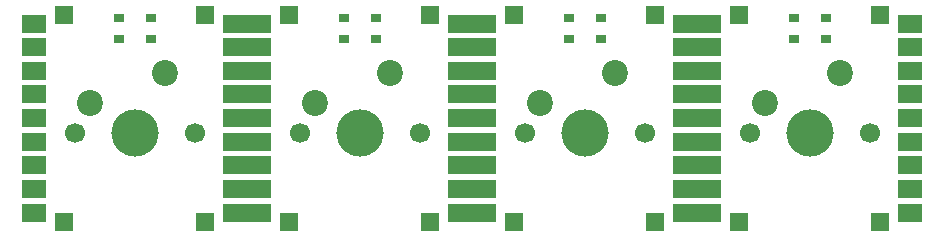
<source format=gts>
%TF.GenerationSoftware,KiCad,Pcbnew,(5.1.9)-1*%
%TF.CreationDate,2021-10-01T07:45:35+02:00*%
%TF.ProjectId,poly_kb_1Ux4,706f6c79-5f6b-4625-9f31-5578342e6b69,rev?*%
%TF.SameCoordinates,Original*%
%TF.FileFunction,Soldermask,Top*%
%TF.FilePolarity,Negative*%
%FSLAX46Y46*%
G04 Gerber Fmt 4.6, Leading zero omitted, Abs format (unit mm)*
G04 Created by KiCad (PCBNEW (5.1.9)-1) date 2021-10-01 07:45:35*
%MOMM*%
%LPD*%
G01*
G04 APERTURE LIST*
%ADD10R,0.950000X0.800000*%
%ADD11C,1.700000*%
%ADD12C,4.000000*%
%ADD13C,2.200000*%
%ADD14R,2.000000X1.500000*%
%ADD15R,1.500000X1.500000*%
G04 APERTURE END LIST*
D10*
%TO.C,LED1*%
X160750500Y-88202500D03*
X163480500Y-88202500D03*
X160750500Y-86422500D03*
X163480500Y-86422500D03*
%TD*%
%TO.C,LED1*%
X141700500Y-88202500D03*
X144430500Y-88202500D03*
X141700500Y-86422500D03*
X144430500Y-86422500D03*
%TD*%
%TO.C,LED1*%
X122650500Y-88202500D03*
X125380500Y-88202500D03*
X122650500Y-86422500D03*
X125380500Y-86422500D03*
%TD*%
D11*
%TO.C,SW1*%
X167195500Y-96202500D03*
X157035500Y-96202500D03*
D12*
X162115500Y-96202500D03*
D13*
X158305500Y-93662500D03*
X164655500Y-91122500D03*
%TD*%
D11*
%TO.C,SW1*%
X148145500Y-96202500D03*
X137985500Y-96202500D03*
D12*
X143065500Y-96202500D03*
D13*
X139255500Y-93662500D03*
X145605500Y-91122500D03*
%TD*%
D11*
%TO.C,SW1*%
X129095500Y-96202500D03*
X118935500Y-96202500D03*
D12*
X124015500Y-96202500D03*
D13*
X120205500Y-93662500D03*
X126555500Y-91122500D03*
%TD*%
D14*
%TO.C,J4*%
X170624500Y-94932500D03*
X170624500Y-92932500D03*
X170624500Y-90932500D03*
X170624500Y-88932500D03*
X170624500Y-96932500D03*
X170624500Y-86932500D03*
X170624500Y-98932500D03*
X170624500Y-100932500D03*
X170624500Y-102932500D03*
%TD*%
%TO.C,J4*%
X151574500Y-94932500D03*
X151574500Y-92932500D03*
X151574500Y-90932500D03*
X151574500Y-88932500D03*
X151574500Y-96932500D03*
X151574500Y-86932500D03*
X151574500Y-98932500D03*
X151574500Y-100932500D03*
X151574500Y-102932500D03*
%TD*%
%TO.C,J4*%
X132524500Y-94932500D03*
X132524500Y-92932500D03*
X132524500Y-90932500D03*
X132524500Y-88932500D03*
X132524500Y-96932500D03*
X132524500Y-86932500D03*
X132524500Y-98932500D03*
X132524500Y-100932500D03*
X132524500Y-102932500D03*
%TD*%
D15*
%TO.C,J2*%
X168084500Y-86169500D03*
%TD*%
%TO.C,J2*%
X149034500Y-86169500D03*
%TD*%
%TO.C,J2*%
X129984500Y-86169500D03*
%TD*%
D14*
%TO.C,J3*%
X153606500Y-94932500D03*
X153606500Y-92932500D03*
X153606500Y-90932500D03*
X153606500Y-88932500D03*
X153606500Y-96932500D03*
X153606500Y-86932500D03*
X153606500Y-98932500D03*
X153606500Y-100932500D03*
X153606500Y-102932500D03*
%TD*%
%TO.C,J3*%
X134556500Y-94932500D03*
X134556500Y-92932500D03*
X134556500Y-90932500D03*
X134556500Y-88932500D03*
X134556500Y-96932500D03*
X134556500Y-86932500D03*
X134556500Y-98932500D03*
X134556500Y-100932500D03*
X134556500Y-102932500D03*
%TD*%
%TO.C,J3*%
X115506500Y-94932500D03*
X115506500Y-92932500D03*
X115506500Y-90932500D03*
X115506500Y-88932500D03*
X115506500Y-96932500D03*
X115506500Y-86932500D03*
X115506500Y-98932500D03*
X115506500Y-100932500D03*
X115506500Y-102932500D03*
%TD*%
D15*
%TO.C,J7*%
X156146500Y-103695500D03*
%TD*%
%TO.C,J7*%
X137096500Y-103695500D03*
%TD*%
%TO.C,J7*%
X118046500Y-103695500D03*
%TD*%
%TO.C,J9*%
X168084500Y-103695500D03*
%TD*%
%TO.C,J9*%
X149034500Y-103695500D03*
%TD*%
%TO.C,J9*%
X129984500Y-103695500D03*
%TD*%
%TO.C,J8*%
X156146500Y-86169500D03*
%TD*%
%TO.C,J8*%
X137096500Y-86169500D03*
%TD*%
%TO.C,J8*%
X118046500Y-86169500D03*
%TD*%
D13*
%TO.C,SW1*%
X107505500Y-91122500D03*
X101155500Y-93662500D03*
D12*
X104965500Y-96202500D03*
D11*
X99885500Y-96202500D03*
X110045500Y-96202500D03*
%TD*%
D14*
%TO.C,J4*%
X113474500Y-102932500D03*
X113474500Y-100932500D03*
X113474500Y-98932500D03*
X113474500Y-86932500D03*
X113474500Y-96932500D03*
X113474500Y-88932500D03*
X113474500Y-90932500D03*
X113474500Y-92932500D03*
X113474500Y-94932500D03*
%TD*%
%TO.C,J3*%
X96456500Y-102932500D03*
X96456500Y-100932500D03*
X96456500Y-98932500D03*
X96456500Y-86932500D03*
X96456500Y-96932500D03*
X96456500Y-88932500D03*
X96456500Y-90932500D03*
X96456500Y-92932500D03*
X96456500Y-94932500D03*
%TD*%
D15*
%TO.C,J9*%
X110934500Y-103695500D03*
%TD*%
%TO.C,J8*%
X98996500Y-86169500D03*
%TD*%
%TO.C,J7*%
X98996500Y-103695500D03*
%TD*%
%TO.C,J2*%
X110934500Y-86169500D03*
%TD*%
D10*
%TO.C,LED1*%
X106330500Y-86422500D03*
X103600500Y-86422500D03*
X106330500Y-88202500D03*
X103600500Y-88202500D03*
%TD*%
M02*

</source>
